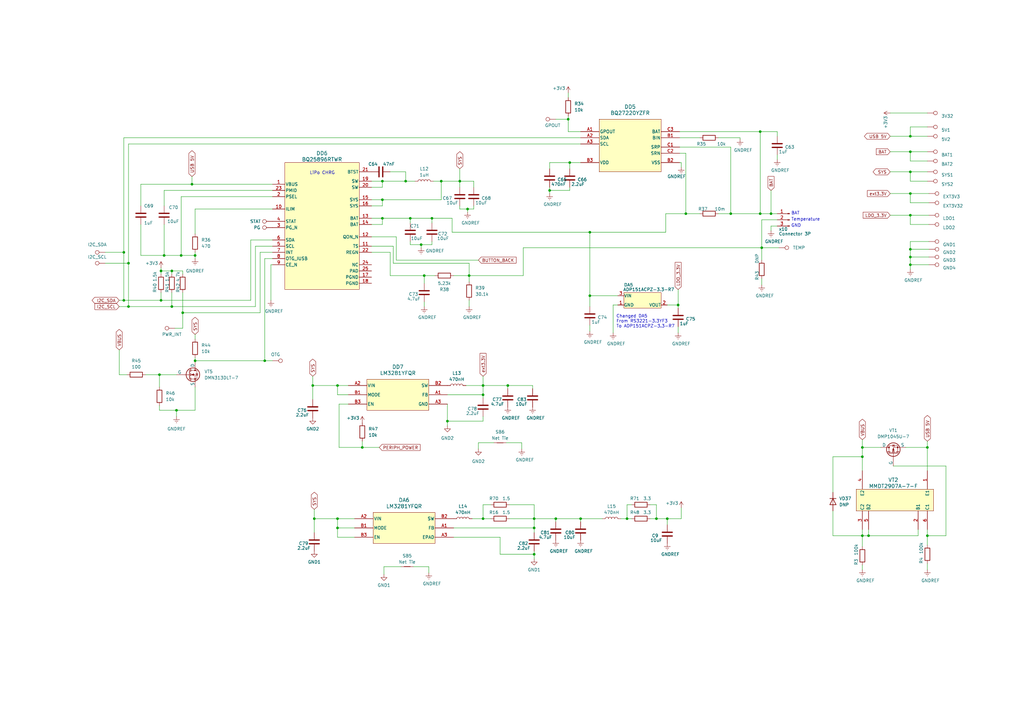
<source format=kicad_sch>
(kicad_sch (version 20230121) (generator eeschema)
  (paper "A3")
  (junction (at 219.075 227.33))
  (junction (at 373.38 105.41))
  (junction (at 52.705 107.95))
  (junction (at 74.93 128.27))
  (junction (at 373.38 102.235))
  (junction (at 278.13 125.095))
  (junction (at 50.8 123.19))
  (junction (at 191.77 85.725))
  (junction (at 241.935 121.285))
  (junction (at 138.43 216.535))
  (junction (at 172.72 100.33))
  (junction (at 311.785 87.63))
  (junction (at 353.695 183.515))
  (junction (at 198.12 161.925))
  (junction (at 373.38 62.23))
  (junction (at 156.845 89.535))
  (junction (at 311.785 53.975))
  (junction (at 70.485 111.125))
  (junction (at 257.175 212.725))
  (junction (at 373.38 79.375))
  (junction (at 80.01 104.775))
  (junction (at 70.485 125.73))
  (junction (at 173.99 113.03))
  (junction (at 269.24 212.725))
  (junction (at 198.12 212.725))
  (junction (at 233.68 66.675))
  (junction (at 353.695 219.71))
  (junction (at 312.42 101.6))
  (junction (at 219.075 212.725))
  (junction (at 108.585 147.955))
  (junction (at 227.965 212.725))
  (junction (at 65.405 153.67))
  (junction (at 66.04 123.19))
  (junction (at 219.075 216.535))
  (junction (at 52.705 125.73))
  (junction (at 177.165 89.535))
  (junction (at 128.27 158.115))
  (junction (at 183.515 172.72))
  (junction (at 74.295 104.775))
  (junction (at 192.405 113.03))
  (junction (at 180.975 74.295))
  (junction (at 78.74 75.565))
  (junction (at 233.045 48.895))
  (junction (at 373.38 55.88))
  (junction (at 198.12 158.115))
  (junction (at 356.235 219.71))
  (junction (at 373.38 70.485))
  (junction (at 128.905 212.725))
  (junction (at 156.845 74.295))
  (junction (at 373.38 108.585))
  (junction (at 299.72 87.63))
  (junction (at 80.01 147.955))
  (junction (at 273.685 212.725))
  (junction (at 50.8 103.505))
  (junction (at 67.31 104.775))
  (junction (at 72.39 168.275))
  (junction (at 353.695 187.325))
  (junction (at 166.37 74.295))
  (junction (at 373.38 88.265))
  (junction (at 380.365 183.515))
  (junction (at 188.595 74.295))
  (junction (at 316.23 87.63))
  (junction (at 168.275 89.535))
  (junction (at 225.425 78.105))
  (junction (at 148.59 183.515))
  (junction (at 380.365 219.71))
  (junction (at 208.28 158.115))
  (junction (at 241.935 95.25))
  (junction (at 238.125 212.725))
  (junction (at 66.04 111.125))
  (junction (at 281.305 87.63))
  (junction (at 138.43 212.725))
  (junction (at 138.43 158.115))
  (junction (at 156.845 81.915))
  (wire (pts (xy 373.38 79.375) (xy 381 79.375)))
  (wire (pts (xy 186.055 216.535) (xy 219.075 216.535)))
  (wire (pts (xy 128.27 154.305) (xy 128.27 158.115)))
  (wire (pts (xy 148.59 183.515) (xy 155.575 183.515)))
  (wire (pts (xy 52.705 107.95) (xy 52.705 125.73)))
  (wire (pts (xy 380.365 219.71) (xy 380.365 217.17)))
  (wire (pts (xy 152.4 74.295) (xy 156.845 74.295)))
  (wire (pts (xy 111.125 108.585) (xy 111.125 123.19)))
  (wire (pts (xy 353.695 219.71) (xy 341.63 219.71)))
  (wire (pts (xy 233.68 66.675) (xy 238.125 66.675)))
  (wire (pts (xy 152.4 92.075) (xy 156.845 92.075)))
  (wire (pts (xy 381 83.185) (xy 373.38 83.185)))
  (wire (pts (xy 380.365 66.04) (xy 373.38 66.04)))
  (wire (pts (xy 192.405 113.03) (xy 186.055 113.03)))
  (wire (pts (xy 341.63 219.71) (xy 341.63 209.55)))
  (wire (pts (xy 78.74 75.565) (xy 111.76 75.565)))
  (wire (pts (xy 273.05 87.63) (xy 281.305 87.63)))
  (wire (pts (xy 139.065 165.735) (xy 142.875 165.735)))
  (wire (pts (xy 233.045 38.1) (xy 233.045 40.005)))
  (wire (pts (xy 111.76 85.725) (xy 80.01 85.725)))
  (wire (pts (xy 106.68 103.505) (xy 106.68 128.27)))
  (wire (pts (xy 74.93 112.395) (xy 74.93 111.125)))
  (wire (pts (xy 183.515 172.72) (xy 183.515 174.625)))
  (wire (pts (xy 257.175 207.01) (xy 257.175 212.725)))
  (wire (pts (xy 380.365 183.515) (xy 371.475 183.515)))
  (wire (pts (xy 161.29 100.965) (xy 161.29 107.95)))
  (wire (pts (xy 183.515 172.72) (xy 183.515 165.735)))
  (wire (pts (xy 188.595 74.295) (xy 180.975 74.295)))
  (wire (pts (xy 219.075 216.535) (xy 219.075 218.44)))
  (wire (pts (xy 311.785 87.63) (xy 316.23 87.63)))
  (wire (pts (xy 186.055 220.345) (xy 205.105 220.345)))
  (wire (pts (xy 194.31 74.295) (xy 188.595 74.295)))
  (wire (pts (xy 80.01 147.955) (xy 80.01 148.59)))
  (wire (pts (xy 376.555 219.71) (xy 356.235 219.71)))
  (wire (pts (xy 128.905 208.915) (xy 128.905 212.725)))
  (wire (pts (xy 233.045 48.895) (xy 227.965 48.895)))
  (wire (pts (xy 365.125 70.485) (xy 373.38 70.485)))
  (wire (pts (xy 156.845 92.075) (xy 156.845 89.535)))
  (wire (pts (xy 273.685 212.725) (xy 279.4 212.725)))
  (wire (pts (xy 380.365 74.295) (xy 373.38 74.295)))
  (wire (pts (xy 185.42 89.535) (xy 185.42 95.25)))
  (wire (pts (xy 380.365 193.04) (xy 380.365 183.515)))
  (wire (pts (xy 169.545 232.41) (xy 175.895 232.41)))
  (wire (pts (xy 233.045 47.625) (xy 233.045 48.895)))
  (wire (pts (xy 177.165 89.535) (xy 185.42 89.535)))
  (wire (pts (xy 50.8 103.505) (xy 50.8 123.19)))
  (wire (pts (xy 233.68 78.105) (xy 233.68 76.835)))
  (wire (pts (xy 162.56 97.155) (xy 162.56 106.68)))
  (wire (pts (xy 299.72 87.63) (xy 311.785 87.63)))
  (wire (pts (xy 208.915 212.725) (xy 219.075 212.725)))
  (wire (pts (xy 373.38 88.265) (xy 381 88.265)))
  (wire (pts (xy 365.125 88.265) (xy 373.38 88.265)))
  (wire (pts (xy 128.905 212.725) (xy 128.905 218.44)))
  (wire (pts (xy 43.18 107.95) (xy 52.705 107.95)))
  (wire (pts (xy 161.29 107.95) (xy 192.405 107.95)))
  (wire (pts (xy 214.63 101.6) (xy 214.63 113.03)))
  (wire (pts (xy 156.845 84.455) (xy 152.4 84.455)))
  (wire (pts (xy 227.965 213.995) (xy 227.965 212.725)))
  (wire (pts (xy 66.04 111.125) (xy 66.04 112.395)))
  (wire (pts (xy 156.845 81.915) (xy 156.845 84.455)))
  (wire (pts (xy 57.785 84.455) (xy 57.785 75.565)))
  (wire (pts (xy 177.165 100.33) (xy 172.72 100.33)))
  (wire (pts (xy 188.595 85.725) (xy 191.77 85.725)))
  (wire (pts (xy 70.485 111.125) (xy 66.04 111.125)))
  (wire (pts (xy 66.04 109.855) (xy 66.04 111.125)))
  (wire (pts (xy 312.42 101.6) (xy 214.63 101.6)))
  (wire (pts (xy 312.42 101.6) (xy 312.42 106.68)))
  (wire (pts (xy 70.485 112.395) (xy 70.485 111.125)))
  (wire (pts (xy 177.165 89.535) (xy 168.275 89.535)))
  (wire (pts (xy 71.755 134.62) (xy 74.93 134.62)))
  (wire (pts (xy 198.12 158.115) (xy 198.12 161.925)))
  (wire (pts (xy 387.985 191.135) (xy 387.985 219.71)))
  (wire (pts (xy 373.38 62.23) (xy 380.365 62.23)))
  (wire (pts (xy 192.405 115.57) (xy 192.405 113.03)))
  (wire (pts (xy 65.405 168.275) (xy 72.39 168.275)))
  (wire (pts (xy 213.995 181.61) (xy 213.995 184.15)))
  (wire (pts (xy 238.125 56.515) (xy 50.8 56.515)))
  (wire (pts (xy 157.48 232.41) (xy 164.465 232.41)))
  (wire (pts (xy 381 92.075) (xy 373.38 92.075)))
  (wire (pts (xy 273.685 212.725) (xy 269.24 212.725)))
  (wire (pts (xy 156.845 74.295) (xy 166.37 74.295)))
  (wire (pts (xy 318.77 53.975) (xy 318.77 55.88)))
  (wire (pts (xy 380.365 52.07) (xy 373.38 52.07)))
  (wire (pts (xy 50.8 123.19) (xy 66.04 123.19)))
  (wire (pts (xy 238.125 212.725) (xy 247.015 212.725)))
  (wire (pts (xy 225.425 66.675) (xy 233.68 66.675)))
  (wire (pts (xy 387.985 219.71) (xy 380.365 219.71)))
  (wire (pts (xy 156.845 89.535) (xy 152.4 89.535)))
  (wire (pts (xy 104.775 100.965) (xy 104.775 125.73)))
  (wire (pts (xy 266.7 207.01) (xy 269.24 207.01)))
  (wire (pts (xy 278.765 53.975) (xy 311.785 53.975)))
  (wire (pts (xy 353.695 183.515) (xy 353.695 187.325)))
  (wire (pts (xy 172.72 100.33) (xy 172.72 101.6)))
  (wire (pts (xy 142.875 161.925) (xy 138.43 161.925)))
  (wire (pts (xy 48.895 143.51) (xy 48.895 153.67)))
  (wire (pts (xy 233.045 53.975) (xy 233.045 48.895)))
  (wire (pts (xy 138.43 161.925) (xy 138.43 158.115)))
  (wire (pts (xy 225.425 76.835) (xy 225.425 78.105)))
  (wire (pts (xy 80.01 168.275) (xy 80.01 158.75)))
  (wire (pts (xy 373.38 99.06) (xy 373.38 102.235)))
  (wire (pts (xy 198.12 172.72) (xy 183.515 172.72)))
  (wire (pts (xy 139.065 183.515) (xy 139.065 165.735)))
  (wire (pts (xy 316.23 87.63) (xy 318.77 87.63)))
  (wire (pts (xy 205.105 227.33) (xy 219.075 227.33)))
  (wire (pts (xy 72.39 168.275) (xy 72.39 170.815)))
  (wire (pts (xy 251.46 125.095) (xy 251.46 136.525)))
  (wire (pts (xy 281.305 62.865) (xy 278.765 62.865)))
  (wire (pts (xy 52.07 153.67) (xy 48.895 153.67)))
  (wire (pts (xy 74.93 134.62) (xy 74.93 128.27)))
  (wire (pts (xy 208.28 158.115) (xy 208.28 159.385)))
  (wire (pts (xy 341.63 187.325) (xy 353.695 187.325)))
  (wire (pts (xy 353.695 217.17) (xy 353.695 219.71)))
  (wire (pts (xy 152.4 81.915) (xy 156.845 81.915)))
  (wire (pts (xy 241.935 95.25) (xy 273.05 95.25)))
  (wire (pts (xy 145.415 220.345) (xy 138.43 220.345)))
  (wire (pts (xy 312.42 114.3) (xy 312.42 116.84)))
  (wire (pts (xy 183.515 161.925) (xy 198.12 161.925)))
  (wire (pts (xy 192.405 107.95) (xy 192.405 113.03)))
  (wire (pts (xy 156.845 76.835) (xy 156.845 74.295)))
  (wire (pts (xy 138.43 158.115) (xy 142.875 158.115)))
  (wire (pts (xy 74.93 128.27) (xy 74.93 120.015)))
  (wire (pts (xy 168.275 89.535) (xy 156.845 89.535)))
  (wire (pts (xy 111.76 100.965) (xy 104.775 100.965)))
  (wire (pts (xy 180.975 81.915) (xy 156.845 81.915)))
  (wire (pts (xy 52.705 125.73) (xy 48.895 125.73)))
  (wire (pts (xy 198.12 170.815) (xy 198.12 172.72)))
  (wire (pts (xy 188.595 84.455) (xy 188.595 85.725)))
  (wire (pts (xy 66.04 120.015) (xy 66.04 123.19)))
  (wire (pts (xy 316.23 78.105) (xy 316.23 87.63)))
  (wire (pts (xy 177.8 74.295) (xy 180.975 74.295)))
  (wire (pts (xy 219.075 226.06) (xy 219.075 227.33)))
  (wire (pts (xy 225.425 69.215) (xy 225.425 66.675)))
  (wire (pts (xy 191.77 85.725) (xy 191.77 86.995)))
  (wire (pts (xy 373.38 55.88) (xy 380.365 55.88)))
  (wire (pts (xy 180.975 74.295) (xy 180.975 81.915)))
  (wire (pts (xy 111.76 106.045) (xy 108.585 106.045)))
  (wire (pts (xy 57.785 75.565) (xy 78.74 75.565)))
  (wire (pts (xy 198.12 154.305) (xy 198.12 158.115)))
  (wire (pts (xy 373.38 52.07) (xy 373.38 55.88)))
  (wire (pts (xy 227.965 212.725) (xy 219.075 212.725)))
  (wire (pts (xy 145.415 216.535) (xy 138.43 216.535)))
  (wire (pts (xy 219.075 227.33) (xy 219.075 229.235)))
  (wire (pts (xy 373.38 83.185) (xy 373.38 79.375)))
  (wire (pts (xy 294.64 56.515) (xy 303.53 56.515)))
  (wire (pts (xy 278.13 125.095) (xy 278.13 126.365)))
  (wire (pts (xy 104.775 125.73) (xy 70.485 125.73)))
  (wire (pts (xy 311.785 53.975) (xy 318.77 53.975)))
  (wire (pts (xy 205.105 220.345) (xy 205.105 227.33)))
  (wire (pts (xy 111.76 103.505) (xy 106.68 103.505)))
  (wire (pts (xy 74.93 111.125) (xy 70.485 111.125)))
  (wire (pts (xy 148.59 183.515) (xy 139.065 183.515)))
  (wire (pts (xy 207.645 181.61) (xy 213.995 181.61)))
  (wire (pts (xy 59.69 153.67) (xy 65.405 153.67)))
  (wire (pts (xy 188.595 74.295) (xy 188.595 76.835)))
  (wire (pts (xy 312.42 101.6) (xy 319.405 101.6)))
  (wire (pts (xy 311.785 87.63) (xy 311.785 53.975)))
  (wire (pts (xy 341.63 201.93) (xy 341.63 187.325)))
  (wire (pts (xy 278.765 60.325) (xy 299.72 60.325)))
  (wire (pts (xy 238.125 213.995) (xy 238.125 212.725)))
  (wire (pts (xy 198.12 207.01) (xy 198.12 212.725)))
  (wire (pts (xy 373.38 74.295) (xy 373.38 70.485)))
  (wire (pts (xy 80.01 146.685) (xy 80.01 147.955)))
  (wire (pts (xy 373.38 92.075) (xy 373.38 88.265)))
  (wire (pts (xy 52.705 59.055) (xy 52.705 107.95)))
  (wire (pts (xy 365.125 55.88) (xy 373.38 55.88)))
  (wire (pts (xy 279.4 66.675) (xy 278.765 66.675)))
  (wire (pts (xy 148.59 180.975) (xy 148.59 183.515)))
  (wire (pts (xy 381 99.06) (xy 373.38 99.06)))
  (wire (pts (xy 316.23 92.71) (xy 318.77 92.71)))
  (wire (pts (xy 166.37 70.485) (xy 166.37 74.295)))
  (wire (pts (xy 233.68 66.675) (xy 233.68 69.215)))
  (wire (pts (xy 381 108.585) (xy 373.38 108.585)))
  (wire (pts (xy 238.125 59.055) (xy 52.705 59.055)))
  (wire (pts (xy 50.8 56.515) (xy 50.8 103.505)))
  (wire (pts (xy 65.405 166.37) (xy 65.405 168.275)))
  (wire (pts (xy 172.72 100.33) (xy 168.275 100.33)))
  (wire (pts (xy 361.315 183.515) (xy 353.695 183.515)))
  (wire (pts (xy 241.935 121.285) (xy 241.935 125.73)))
  (wire (pts (xy 177.165 91.44) (xy 177.165 89.535)))
  (wire (pts (xy 365.125 79.375) (xy 373.38 79.375)))
  (wire (pts (xy 373.38 66.04) (xy 373.38 62.23)))
  (wire (pts (xy 373.38 102.235) (xy 373.38 105.41)))
  (wire (pts (xy 198.12 212.725) (xy 201.295 212.725)))
  (wire (pts (xy 166.37 74.295) (xy 170.18 74.295)))
  (wire (pts (xy 152.4 97.155) (xy 162.56 97.155)))
  (wire (pts (xy 219.075 207.01) (xy 219.075 212.725)))
  (wire (pts (xy 196.215 181.61) (xy 196.215 184.15)))
  (wire (pts (xy 380.365 219.71) (xy 380.365 223.52)))
  (wire (pts (xy 353.695 180.34) (xy 353.695 183.515)))
  (wire (pts (xy 177.165 99.06) (xy 177.165 100.33)))
  (wire (pts (xy 365.125 62.23) (xy 373.38 62.23)))
  (wire (pts (xy 279.4 68.58) (xy 279.4 66.675)))
  (wire (pts (xy 108.585 147.955) (xy 80.01 147.955)))
  (wire (pts (xy 67.31 92.075) (xy 67.31 104.775)))
  (wire (pts (xy 318.77 90.17) (xy 312.42 90.17)))
  (wire (pts (xy 373.38 108.585) (xy 373.38 110.49)))
  (wire (pts (xy 353.695 219.71) (xy 353.695 224.155)))
  (wire (pts (xy 273.685 125.095) (xy 278.13 125.095)))
  (wire (pts (xy 80.01 137.16) (xy 80.01 139.065)))
  (wire (pts (xy 219.075 212.725) (xy 219.075 216.535)))
  (wire (pts (xy 259.08 207.01) (xy 257.175 207.01)))
  (wire (pts (xy 57.785 104.775) (xy 67.31 104.775)))
  (wire (pts (xy 57.785 92.075) (xy 57.785 104.775)))
  (wire (pts (xy 281.305 87.63) (xy 281.305 62.865)))
  (wire (pts (xy 253.365 121.285) (xy 241.935 121.285)))
  (wire (pts (xy 269.24 212.725) (xy 266.7 212.725)))
  (wire (pts (xy 299.72 87.63) (xy 294.64 87.63)))
  (wire (pts (xy 299.72 60.325) (xy 299.72 87.63)))
  (wire (pts (xy 380.365 180.975) (xy 380.365 183.515)))
  (wire (pts (xy 67.31 78.105) (xy 111.76 78.105)))
  (wire (pts (xy 194.31 76.835) (xy 194.31 74.295)))
  (wire (pts (xy 356.235 219.71) (xy 353.695 219.71)))
  (wire (pts (xy 157.48 232.41) (xy 157.48 235.585)))
  (wire (pts (xy 108.585 106.045) (xy 108.585 147.955)))
  (wire (pts (xy 376.555 217.17) (xy 376.555 219.71)))
  (wire (pts (xy 192.405 123.19) (xy 192.405 125.73)))
  (wire (pts (xy 160.02 70.485) (xy 166.37 70.485)))
  (wire (pts (xy 65.405 153.67) (xy 65.405 158.75)))
  (wire (pts (xy 70.485 120.015) (xy 70.485 125.73)))
  (wire (pts (xy 278.13 133.985) (xy 278.13 136.525)))
  (wire (pts (xy 128.27 158.115) (xy 138.43 158.115)))
  (wire (pts (xy 188.595 69.215) (xy 188.595 74.295)))
  (wire (pts (xy 201.295 207.01) (xy 198.12 207.01)))
  (wire (pts (xy 198.12 161.925) (xy 198.12 163.195)))
  (wire (pts (xy 74.295 80.645) (xy 74.295 104.775)))
  (wire (pts (xy 238.125 212.725) (xy 227.965 212.725)))
  (wire (pts (xy 303.53 56.515) (xy 303.53 57.15)))
  (wire (pts (xy 168.275 91.44) (xy 168.275 89.535)))
  (wire (pts (xy 278.765 56.515) (xy 287.02 56.515)))
  (wire (pts (xy 202.565 181.61) (xy 196.215 181.61)))
  (wire (pts (xy 66.04 123.19) (xy 102.87 123.19)))
  (wire (pts (xy 381 102.235) (xy 373.38 102.235)))
  (wire (pts (xy 152.4 100.965) (xy 161.29 100.965)))
  (wire (pts (xy 198.12 158.115) (xy 208.28 158.115)))
  (wire (pts (xy 193.675 212.725) (xy 198.12 212.725)))
  (wire (pts (xy 173.99 113.03) (xy 173.99 116.205)))
  (wire (pts (xy 218.44 158.115) (xy 218.44 159.385)))
  (wire (pts (xy 178.435 113.03) (xy 173.99 113.03)))
  (wire (pts (xy 128.27 158.115) (xy 128.27 163.83)))
  (wire (pts (xy 241.935 95.25) (xy 241.935 121.285)))
  (wire (pts (xy 48.895 123.19) (xy 50.8 123.19)))
  (wire (pts (xy 365.125 46.355) (xy 380.365 46.355)))
  (wire (pts (xy 74.295 104.775) (xy 80.01 104.775)))
  (wire (pts (xy 273.685 215.265) (xy 273.685 212.725)))
  (wire (pts (xy 78.74 72.39) (xy 78.74 75.565)))
  (wire (pts (xy 80.01 104.775) (xy 80.01 106.045)))
  (wire (pts (xy 173.99 113.03) (xy 160.02 113.03)))
  (wire (pts (xy 173.99 123.825) (xy 173.99 125.73)))
  (wire (pts (xy 128.905 212.725) (xy 138.43 212.725)))
  (wire (pts (xy 67.31 104.775) (xy 74.295 104.775)))
  (wire (pts (xy 160.02 113.03) (xy 160.02 103.505)))
  (wire (pts (xy 160.02 103.505) (xy 152.4 103.505)))
  (wire (pts (xy 108.585 147.955) (xy 111.76 147.955)))
  (wire (pts (xy 373.38 105.41) (xy 373.38 108.585)))
  (wire (pts (xy 162.56 106.68) (xy 196.215 106.68)))
  (wire (pts (xy 43.18 103.505) (xy 50.8 103.505)))
  (wire (pts (xy 168.275 100.33) (xy 168.275 99.06)))
  (wire (pts (xy 102.87 123.19) (xy 102.87 98.425)))
  (wire (pts (xy 67.31 84.455) (xy 67.31 78.105)))
  (wire (pts (xy 241.935 133.35) (xy 241.935 135.89)))
  (wire (pts (xy 102.87 98.425) (xy 111.76 98.425)))
  (wire (pts (xy 257.175 212.725) (xy 259.08 212.725)))
  (wire (pts (xy 254.635 212.725) (xy 257.175 212.725)))
  (wire (pts (xy 225.425 78.105) (xy 225.425 79.375)))
  (wire (pts (xy 65.405 153.67) (xy 72.39 153.67)))
  (wire (pts (xy 191.135 158.115) (xy 198.12 158.115)))
  (wire (pts (xy 279.4 212.725) (xy 279.4 208.28)))
  (wire (pts (xy 194.31 85.725) (xy 194.31 84.455)))
  (wire (pts (xy 287.02 87.63) (xy 281.305 87.63)))
  (wire (pts (xy 356.235 217.17) (xy 356.235 219.71)))
  (wire (pts (xy 353.695 231.775) (xy 353.695 233.68)))
  (wire (pts (xy 381 105.41) (xy 373.38 105.41)))
  (wire (pts (xy 253.365 125.095) (xy 251.46 125.095)))
  (wire (pts (xy 225.425 78.105) (xy 233.68 78.105)))
  (wire (pts (xy 111.76 108.585) (xy 111.125 108.585)))
  (wire (pts (xy 380.365 231.14) (xy 380.365 233.68)))
  (wire (pts (xy 214.63 113.03) (xy 192.405 113.03)))
  (wire (pts (xy 80.01 104.775) (xy 80.01 103.505)))
  (wire (pts (xy 72.39 168.275) (xy 80.01 168.275)))
  (wire (pts (xy 106.68 128.27) (xy 74.93 128.27)))
  (wire (pts (xy 278.13 118.745) (xy 278.13 125.095)))
  (wire (pts (xy 353.695 187.325) (xy 353.695 193.04)))
  (wire (pts (xy 318.77 63.5) (xy 318.77 65.405)))
  (wire (pts (xy 312.42 90.17) (xy 312.42 101.6)))
  (wire (pts (xy 111.76 80.645) (xy 74.295 80.645)))
  (wire (pts (xy 208.915 207.01) (xy 219.075 207.01)))
  (wire (pts (xy 269.24 207.01) (xy 269.24 212.725)))
  (wire (pts (xy 238.125 53.975) (xy 233.045 53.975)))
  (wire (pts (xy 273.05 95.25) (xy 273.05 87.63)))
  (wire (pts (xy 373.38 70.485) (xy 380.365 70.485)))
  (wire (pts (xy 175.895 232.41) (xy 175.895 234.95)))
  (wire (pts (xy 138.43 212.725) (xy 145.415 212.725)))
  (wire (pts (xy 191.77 85.725) (xy 194.31 85.725)))
  (wire (pts (xy 70.485 125.73) (xy 52.705 125.73)))
  (wire (pts (xy 316.23 94.615) (xy 316.23 92.71)))
  (wire (pts (xy 138.43 216.535) (xy 138.43 212.725)))
  (wire (pts (xy 185.42 95.25) (xy 241.935 95.25)))
  (wire (pts (xy 80.01 85.725) (xy 80.01 95.885)))
  (wire (pts (xy 152.4 76.835) (xy 156.845 76.835)))
  (wire (pts (xy 366.395 191.135) (xy 387.985 191.135)))
  (wire (pts (xy 138.43 220.345) (xy 138.43 216.535)))
  (wire (pts (xy 208.28 158.115) (xy 218.44 158.115)))
  (text "LiPo CHRG" (at 127 71.755 0) (effects (font (size 1.27 1.27)) (justify left bottom)))
  (text "GND" (at 324.485 93.345 0) (effects (font (size 1.27 1.27)) (justify left bottom)))
  (text "BAT" (at 324.485 88.265 0) (effects (font (size 1.27 1.27)) (justify left bottom)))
  (text "Changed DA5 \nFrom RS3221-3.3YF3\nTo ADP151ACPZ-3.3-R7\n" (at 252.73 134.62 0) (effects (font (size 1.27 1.27)) (justify left bottom)))
  (text "Temperature" (at 324.485 90.805 0) (effects (font (size 1.27 1.27)) (justify left bottom)))
  (global_label "I2C_SDA" (shape bidirectional) (at 48.895 123.19 180) (property "Intersheetrefs" "${INTERSHEET_REFS}" (effects hide)))
  (global_label "LDO_3.3V" (shape input) (at 278.13 118.745 90) (property "Intersheetrefs" "${INTERSHEET_REFS}" (effects hide)))
  (global_label "PERIPH_POWER" (shape input) (at 155.575 183.515 0) (property "Intersheetrefs" "${INTERSHEET_REFS}" (effects hide)))
  (global_label "BAT" (shape input) (at 316.23 78.105 90) (property "Intersheetrefs" "${INTERSHEET_REFS}" (effects hide)))
  (global_label "VBUS" (shape bidirectional) (at 353.695 180.34 90) (property "Intersheetrefs" "${INTERSHEET_REFS}" (effects hide)))
  (global_label "USB 5V" (shape bidirectional) (at 380.365 180.975 90) (property "Intersheetrefs" "${INTERSHEET_REFS}" (effects hide)))
  (global_label "SYS" (shape bidirectional) (at 128.905 208.915 90) (property "Intersheetrefs" "${INTERSHEET_REFS}" (effects hide)))
  (global_label "ext3.3V" (shape input) (at 198.12 154.305 90) (property "Intersheetrefs" "${INTERSHEET_REFS}" (effects hide)))
  (global_label "I2C_SCL" (shape input) (at 48.895 125.73 180) (property "Intersheetrefs" "${INTERSHEET_REFS}" (effects hide)))
  (global_label "USB 5V" (shape bidirectional) (at 365.125 55.88 180) (property "Intersheetrefs" "${INTERSHEET_REFS}" (effects hide)))
  (global_label "SYS" (shape bidirectional) (at 188.595 69.215 90) (property "Intersheetrefs" "${INTERSHEET_REFS}" (effects hide)))
  (global_label "USB 5V" (shape bidirectional) (at 78.74 72.39 90) (property "Intersheetrefs" "${INTERSHEET_REFS}" (effects hide)))
  (global_label "VBUS" (shape bidirectional) (at 48.895 143.51 90) (property "Intersheetrefs" "${INTERSHEET_REFS}" (effects hide)))
  (global_label "SYS" (shape bidirectional) (at 80.01 137.16 90) (property "Intersheetrefs" "${INTERSHEET_REFS}" (effects hide)))
  (global_label "BUTTON_BACK" (shape input) (at 196.215 106.68 0) (property "Intersheetrefs" "${INTERSHEET_REFS}" (effects hide)))
  (global_label "SYS" (shape bidirectional) (at 128.27 154.305 90) (property "Intersheetrefs" "${INTERSHEET_REFS}" (effects hide)))
  (global_label "LDO_3.3V" (shape input) (at 365.125 88.265 180) (property "Intersheetrefs" "${INTERSHEET_REFS}" (effects hide)))
  (global_label "ext3.3V" (shape input) (at 365.125 79.375 180) (property "Intersheetrefs" "${INTERSHEET_REFS}" (effects hide)))
  (global_label "BAT" (shape input) (at 365.125 62.23 180) (property "Intersheetrefs" "${INTERSHEET_REFS}" (effects hide)))
  (global_label "SYS" (shape bidirectional) (at 365.125 70.485 180) (property "Intersheetrefs" "${INTERSHEET_REFS}" (effects hide)))
  (symbol (lib_id "Device:C") (at 194.31 80.645 0) (mirror x) (unit 1)
    (property "Reference" "C68" (at 197.485 81.28 0) (effects (justify left)))
    (property "Value" "10uF" (at 194.945 83.185 0) (effects (justify left)))
    (property "Footprint" "Capacitor_SMD:C_0603_1608Metric" (effects hide))
  )
  (symbol (lib_id "Connector:TestPoint") (at 380.365 74.295 270) (unit 1)
    (property "Reference" "TP13" (effects hide))
    (property "Value" "SYS2" (at 386.08 75.565 90) (effects (justify left)))
    (property "Footprint" "TestPoint:TestPoint_Pad_1.0x1.0mm" (effects hide))
  )
  (symbol (lib_id "Connector:TestPoint") (at 381 99.06 270) (unit 1)
    (property "Reference" "TP18" (effects hide))
    (property "Value" "GND1" (at 386.715 100.33 90) (effects (justify left)))
    (property "Footprint" "TestPoint:TestPoint_Pad_1.0x1.0mm" (effects hide))
  )
  (symbol (lib_id "Simulation_SPICE:PMOS") (at 366.395 186.055 90) (unit 1)
    (property "Reference" "VT1" (at 366.395 176.53 90))
    (property "Value" "DMP1045U-7" (at 366.395 179.07 90))
    (property "Footprint" "Package_TO_SOT_SMD:SOT-23-3" (effects hide))
    (property "Datasheet" "https://ngspice.sourceforge.io/docs/ngspice-manual.pdf" (effects hide))
    (property "Sim.Device" "PMOS" (effects hide))
    (property "Sim.Type" "VDMOS" (effects hide))
    (property "Sim.Pins" "1=D 2=G 3=S" (effects hide))
  )
  (symbol (lib_id "power:GNDREF") (at 218.44 167.005 0) (unit 1)
    (property "Reference" "#PWR023" (effects hide))
    (property "Value" "GNDREF" (at 219.71 171.45 0))
  )
  (symbol (lib_id "Device:R") (at 380.365 227.33 180) (unit 1)
    (property "Reference" "R4" (at 377.825 229.87 90))
    (property "Value" "100k" (at 377.825 224.79 90))
    (property "Footprint" "Resistor_SMD:R_0402_1005Metric" (effects hide))
  )
  (symbol (lib_id "power:+3V3") (at 233.045 38.1 0) (unit 1)
    (property "Reference" "#PWR010" (effects hide))
    (property "Value" "+3V3" (at 229.235 36.195 0))
  )
  (symbol (lib_id "LM3281YFQR:LM3281YFQR") (at 145.415 215.265 0) (unit 1)
    (property "Reference" "DA6" (at 165.735 205.105 0) (effects (font (size 1.524 1.524))))
    (property "Value" "LM3281YFQR" (at 165.735 207.645 0) (effects (font (size 1.524 1.524))))
    (property "Footprint" "footprints:LM3281YFQR" (effects hide))
    (property "Datasheet" "LM3281YFQR" (effects hide))
  )
  (symbol (lib_id "power:GND1") (at 157.48 235.585 0) (unit 1)
    (property "Reference" "#PWR029" (effects hide))
    (property "Value" "GND1" (at 157.48 240.03 0))
  )
  (symbol (lib_id "power:GNDREF") (at 273.685 222.885 0) (unit 1)
    (property "Reference" "#PWR032" (effects hide))
    (property "Value" "GNDREF" (at 274.955 227.33 0))
  )
  (symbol (lib_id "power:+3V3") (at 365.125 46.355 90) (unit 1)
    (property "Reference" "#PWR036" (effects hide))
    (property "Value" "+3V3" (at 363.22 50.165 0))
  )
  (symbol (lib_id "power:GNDREF") (at 192.405 125.73 0) (unit 1)
    (property "Reference" "#PWR07" (effects hide))
    (property "Value" "GNDREF" (at 193.675 130.175 0))
  )
  (symbol (lib_id "Device:C") (at 225.425 73.025 0) (mirror x) (unit 1)
    (property "Reference" "C65" (at 228.6 73.66 0) (effects (justify left)))
    (property "Value" "470nF" (at 226.06 75.565 0) (effects (justify left)))
    (property "Footprint" "Capacitor_SMD:C_0402_1005Metric" (effects hide))
  )
  (symbol (lib_id "power:GNDREF") (at 312.42 116.84 0) (unit 1)
    (property "Reference" "#PWR015" (effects hide))
    (property "Value" "GNDREF" (at 313.69 121.285 0))
  )
  (symbol (lib_id "Connector:TestPoint") (at 227.965 48.895 90) (unit 1)
    (property "Reference" "TP5" (effects hide))
    (property "Value" "GPOUT" (at 226.695 51.435 90))
    (property "Footprint" "TestPoint:TestPoint_Pad_1.0x1.0mm" (effects hide))
  )
  (symbol (lib_id "Connector:TestPoint") (at 380.365 62.23 270) (unit 1)
    (property "Reference" "TP10" (effects hide))
    (property "Value" "BAT1" (at 386.08 63.5 90) (effects (justify left)))
    (property "Footprint" "TestPoint:TestPoint_Pad_1.0x1.0mm" (effects hide))
  )
  (symbol (lib_id "Connector:TestPoint") (at 381 79.375 270) (unit 1)
    (property "Reference" "TP14" (effects hide))
    (property "Value" "EXT3V3" (at 386.715 80.645 90) (effects (justify left)))
    (property "Footprint" "TestPoint:TestPoint_Pad_1.0x1.0mm" (effects hide))
  )
  (symbol (lib_id "power:+3V3") (at 66.04 109.855 0) (unit 1)
    (property "Reference" "#PWR02" (effects hide))
    (property "Value" "+3V3" (at 62.23 107.95 0))
  )
  (symbol (lib_id "power:GNDREF") (at 173.99 125.73 0) (unit 1)
    (property "Reference" "#PWR08" (effects hide))
    (property "Value" "GNDREF" (at 175.26 130.175 0))
  )
  (symbol (lib_id "Device:C") (at 233.68 73.025 0) (mirror x) (unit 1)
    (property "Reference" "C66" (at 236.855 73.66 0) (effects (justify left)))
    (property "Value" "2.2uF" (at 234.315 75.565 0) (effects (justify left)))
    (property "Footprint" "Capacitor_SMD:C_0402_1005Metric" (effects hide))
  )
  (symbol (lib_id "Device:NetTie_2") (at 205.105 181.61 0) (unit 1) (in_bom no)
    (property "Reference" "SB6" (at 205.105 177.165 0))
    (property "Value" "Net Tie" (at 205.105 179.705 0))
    (property "Footprint" "NetTie:NetTie-2_SMD_Pad0.5mm" (effects hide))
  )
  (symbol (lib_id "Flipper_Zero_Lib:RS3221-3.3YF3") (at 263.525 118.745 0) (unit 1)
    (property "Reference" "DA5" (at 257.81 116.84 0))
    (property "Value" "ADP151ACPZ-3.3-R7\n" (at 266.065 118.745 0))
    (property "Footprint" "Package_CSP:LFCSP-6-1EP_2x2mm_P0.65mm_EP1x1.6mm" (effects hide))
  )
  (symbol (lib_id "Device:R") (at 80.01 99.695 0) (unit 1)
    (property "Reference" "R36" (at 82.55 98.425 0) (effects (justify left)))
    (property "Value" "470" (at 82.55 100.965 0) (effects (justify left)))
    (property "Footprint" "Resistor_SMD:R_0402_1005Metric" (effects hide))
  )
  (symbol (lib_id "Connector:TestPoint") (at 43.18 107.95 90) (unit 1)
    (property "Reference" "TP23" (effects hide))
    (property "Value" "I2C_SCL" (at 39.878 105.41 90))
    (property "Footprint" "TestPoint:TestPoint_Pad_1.0x1.0mm" (effects hide))
  )
  (symbol (lib_id "power:GNDREF") (at 380.365 233.68 0) (unit 1)
    (property "Reference" "#PWR035" (effects hide))
    (property "Value" "GNDREF" (at 381.635 238.125 0))
  )
  (symbol (lib_id "Device:C") (at 241.935 129.54 0) (mirror x) (unit 1)
    (property "Reference" "C74" (at 245.11 130.175 0) (effects (justify left)))
    (property "Value" "1uF" (at 242.57 132.08 0) (effects (justify left)))
    (property "Footprint" "Capacitor_SMD:C_0402_1005Metric" (effects hide))
  )
  (symbol (lib_id "Device:R") (at 80.01 142.875 0) (unit 1)
    (property "Reference" "R44" (at 82.55 141.605 0) (effects (justify left)))
    (property "Value" "10k" (at 82.55 144.145 0) (effects (justify left)))
    (property "Footprint" "Resistor_SMD:R_0402_1005Metric" (effects hide))
  )
  (symbol (lib_id "BQ27220YZFR:BQ27220YZFR") (at 238.125 53.975 0) (unit 1)
    (property "Reference" "DD5" (at 258.445 43.815 0) (effects (font (size 1.524 1.524))))
    (property "Value" "BQ27220YZFR" (at 258.445 46.355 0) (effects (font (size 1.524 1.524))))
    (property "Footprint" "footprints:BQ27220YZFR" (effects hide))
    (property "Datasheet" "BQ27220YZFR" (effects hide))
  )
  (symbol (lib_id "Device:R") (at 353.695 227.965 180) (unit 1)
    (property "Reference" "R3" (at 351.155 230.505 90))
    (property "Value" "100k" (at 351.155 225.425 90))
    (property "Footprint" "Capacitor_SMD:C_0402_1005Metric" (effects hide))
  )
  (symbol (lib_id "Connector:TestPoint") (at 380.365 66.04 270) (unit 1)
    (property "Reference" "TP11" (effects hide))
    (property "Value" "BAT2" (at 386.08 67.31 90) (effects (justify left)))
    (property "Footprint" "TestPoint:TestPoint_Pad_1.0x1.0mm" (effects hide))
  )
  (symbol (lib_id "Device:R") (at 312.42 110.49 180) (unit 1)
    (property "Reference" "R43" (at 310.515 113.03 90))
    (property "Value" "DNP" (at 310.515 106.045 90))
    (property "Footprint" "Resistor_SMD:R_0402_1005Metric" (effects hide))
  )
  (symbol (lib_id "power:GNDREF") (at 225.425 79.375 0) (unit 1)
    (property "Reference" "#PWR09" (effects hide))
    (property "Value" "GNDREF" (at 226.695 83.82 0))
  )
  (symbol (lib_id "power:GNDREF") (at 238.125 221.615 0) (unit 1)
    (property "Reference" "#PWR031" (effects hide))
    (property "Value" "GNDREF" (at 239.395 226.06 0))
  )
  (symbol (lib_id "Device:R") (at 148.59 177.165 0) (unit 1)
    (property "Reference" "R47" (at 151.13 175.895 0) (effects (justify left)))
    (property "Value" "10k" (at 151.13 178.435 0) (effects (justify left)))
    (property "Footprint" "Resistor_SMD:R_0402_1005Metric" (effects hide))
  )
  (symbol (lib_id "power:GNDREF") (at 172.72 101.6 0) (unit 1)
    (property "Reference" "#PWR06" (effects hide))
    (property "Value" "GNDREF" (at 178.435 102.87 0))
  )
  (symbol (lib_id "Connector:TestPoint") (at 380.365 52.07 270) (unit 1)
    (property "Reference" "TP8" (effects hide))
    (property "Value" "5V1" (at 386.08 53.34 90) (effects (justify left)))
    (property "Footprint" "TestPoint:TestPoint_Pad_1.0x1.0mm" (effects hide))
  )
  (symbol (lib_id "power:GNDREF") (at 353.695 233.68 0) (unit 1)
    (property "Reference" "#PWR034" (effects hide))
    (property "Value" "GNDREF" (at 354.965 238.125 0))
  )
  (symbol (lib_id "Device:R") (at 290.83 87.63 90) (unit 1)
    (property "Reference" "R37" (at 288.29 85.725 90))
    (property "Value" "10m" (at 295.275 85.725 90))
    (property "Footprint" "Resistor_SMD:R_2512_6332Metric" (effects hide))
  )
  (symbol (lib_id "Connector:TestPoint") (at 381 102.235 270) (unit 1)
    (property "Reference" "TP19" (effects hide))
    (property "Value" "GND2" (at 386.715 103.505 90) (effects (justify left)))
    (property "Footprint" "TestPoint:TestPoint_Pad_1.0x1.0mm" (effects hide))
  )
  (symbol (lib_id "Device:R") (at 55.88 153.67 90) (unit 1)
    (property "Reference" "R45" (at 55.88 147.955 90))
    (property "Value" "100" (at 55.88 150.495 90))
    (property "Footprint" "Resistor_SMD:R_0402_1005Metric" (effects hide))
  )
  (symbol (lib_id "power:GNDREF") (at 80.01 106.045 0) (unit 1)
    (property "Reference" "#PWR01" (effects hide))
    (property "Value" "GNDREF" (at 80.01 111.125 0))
  )
  (symbol (lib_id "Connector:TestPoint") (at 111.76 90.805 90) (unit 1)
    (property "Reference" "TP1" (effects hide))
    (property "Value" "STAT" (at 104.775 90.805 90))
    (property "Footprint" "TestPoint:TestPoint_Pad_1.0x1.0mm" (effects hide))
  )
  (symbol (lib_id "Connector:TestPoint") (at 380.365 70.485 270) (unit 1)
    (property "Reference" "TP12" (effects hide))
    (property "Value" "SYS1" (at 386.08 71.755 90) (effects (justify left)))
    (property "Footprint" "TestPoint:TestPoint_Pad_1.0x1.0mm" (effects hide))
  )
  (symbol (lib_id "Device:R") (at 290.83 56.515 90) (unit 1)
    (property "Reference" "R35" (at 287.655 59.055 90))
    (property "Value" "10k" (at 295.91 59.055 90))
    (property "Footprint" "Resistor_SMD:R_0402_1005Metric" (effects hide))
  )
  (symbol (lib_id "Device:C") (at 57.785 88.265 0) (unit 1)
    (property "Reference" "C69" (at 59.055 84.455 0) (effects (justify left)))
    (property "Value" "1uF" (at 59.055 91.44 0) (effects (justify left)))
    (property "Footprint" "Capacitor_SMD:C_0603_1608Metric" (effects hide))
  )
  (symbol (lib_id "power:GND2") (at 196.215 184.15 0) (unit 1)
    (property "Reference" "#PWR024" (effects hide))
    (property "Value" "GND2" (at 196.215 189.23 0))
  )
  (symbol (lib_id "Device:C") (at 318.77 59.69 0) (mirror x) (unit 1)
    (property "Reference" "C63" (at 321.945 60.325 0) (effects (justify left)))
    (property "Value" "1uF" (at 319.405 62.23 0) (effects (justify left)))
    (property "Footprint" "Capacitor_SMD:C_0402_1005Metric" (effects hide))
  )
  (symbol (lib_id "Device:C") (at 198.12 167.005 0) (mirror x) (unit 1)
    (property "Reference" "C78" (at 191.77 167.64 0) (effects (justify left)))
    (property "Value" "2.2uF" (at 191.135 169.545 0) (effects (justify left)))
    (property "Footprint" "Capacitor_SMD:C_0402_1005Metric" (effects hide))
  )
  (symbol (lib_id "Device:C") (at 156.21 70.485 90) (unit 1)
    (property "Reference" "C64" (at 154.94 67.31 90) (effects (justify left)))
    (property "Value" "47nF" (at 161.925 67.31 90) (effects (justify left)))
    (property "Footprint" "Capacitor_SMD:C_0402_1005Metric" (effects hide))
  )
  (symbol (lib_id "Device:R") (at 262.89 207.01 90) (unit 1)
    (property "Reference" "R71" (at 260.35 204.47 90))
    (property "Value" "3.3" (at 265.43 204.47 90))
    (property "Footprint" "Resistor_SMD:R_0402_1005Metric" (effects hide))
  )
  (symbol (lib_id "Device:C") (at 188.595 80.645 180) (unit 1)
    (property "Reference" "C67" (at 185.42 81.28 0) (effects (justify left)))
    (property "Value" "10uF" (at 187.96 83.185 0) (effects (justify left)))
    (property "Footprint" "Capacitor_SMD:C_0603_1608Metric" (effects hide))
  )
  (symbol (lib_id "Device:NetTie_2") (at 167.005 232.41 0) (unit 1) (in_bom no)
    (property "Reference" "SB5" (at 167.005 227.965 0))
    (property "Value" "Net Tie" (at 167.005 230.505 0))
    (property "Footprint" "NetTie:NetTie-2_SMD_Pad0.5mm" (effects hide))
  )
  (symbol (lib_id "Connector:TestPoint") (at 381 88.265 270) (unit 1)
    (property "Reference" "TP16" (effects hide))
    (property "Value" "LDO1" (at 386.715 89.535 90) (effects (justify left)))
    (property "Footprint" "TestPoint:TestPoint_Pad_1.0x1.0mm" (effects hide))
  )
  (symbol (lib_id "Connector:TestPoint") (at 381 92.075 270) (unit 1)
    (property "Reference" "TP17" (effects hide))
    (property "Value" "LDO2" (at 386.715 93.345 90) (effects (justify left)))
    (property "Footprint" "TestPoint:TestPoint_Pad_1.0x1.0mm" (effects hide))
  )
  (symbol (lib_id "Device:R") (at 66.04 116.205 0) (unit 1)
    (property "Reference" "R40" (at 63.5 120.015 90) (effects (justify left)))
    (property "Value" "1.5k" (at 63.5 115.57 90) (effects (justify left)))
    (property "Footprint" "Resistor_SMD:R_0402_1005Metric" (effects hide))
  )
  (symbol (lib_id "Device:R") (at 192.405 119.38 0) (unit 1)
    (property "Reference" "R39" (at 194.945 118.11 0) (effects (justify left)))
    (property "Value" "30.1k" (at 194.945 120.65 0) (effects (justify left)))
    (property "Footprint" "Resistor_SMD:R_0402_1005Metric" (effects hide))
  )
  (symbol (lib_id "Connector:TestPoint") (at 381 83.185 270) (unit 1)
    (property "Reference" "TP15" (effects hide))
    (property "Value" "EXT3V32" (at 386.715 84.455 90) (effects (justify left)))
    (property "Footprint" "TestPoint:TestPoint_Pad_1.0x1.0mm" (effects hide))
  )
  (symbol (lib_id "Connector:TestPoint") (at 111.76 147.955 270) (unit 1)
    (property "Reference" "TP4" (effects hide))
    (property "Value" "OTG" (at 113.03 145.415 90))
    (property "Footprint" "TestPoint:TestPoint_Pad_1.0x1.0mm" (effects hide))
  )
  (symbol (lib_id "Device:C") (at 128.905 222.25 0) (mirror x) (unit 1)
    (property "Reference" "C79" (at 122.555 222.885 0) (effects (justify left)))
    (property "Value" "2.2uF" (at 121.92 224.79 0) (effects (justify left)))
    (property "Footprint" "Capacitor_SMD:C_0402_1005Metric" (effects hide))
  )
  (symbol (lib_id "Connector:TestPoint") (at 381 108.585 270) (unit 1)
    (property "Reference" "TP21" (effects hide))
    (property "Value" "GND4" (at 386.715 109.855 90) (effects (justify left)))
    (property "Footprint" "TestPoint:TestPoint_Pad_1.0x1.0mm" (effects hide))
  )
  (symbol (lib_id "Connector:TestPoint") (at 319.405 101.6 270) (unit 1)
    (property "Reference" "TP6" (effects hide))
    (property "Value" "TEMP" (at 327.66 101.6 90))
    (property "Footprint" "TestPoint:TestPoint_Pad_1.0x1.0mm" (effects hide))
  )
  (symbol (lib_id "Device:R") (at 65.405 162.56 0) (unit 1)
    (property "Reference" "R46" (at 67.945 161.29 0) (effects (justify left)))
    (property "Value" "10k" (at 67.945 163.83 0) (effects (justify left)))
    (property "Footprint" "Resistor_SMD:R_0402_1005Metric" (effects hide))
  )
  (symbol (lib_id "power:GNDREF") (at 241.935 135.89 0) (unit 1)
    (property "Reference" "#PWR016" (effects hide))
    (property "Value" "GNDREF" (at 243.205 140.335 0))
  )
  (symbol (lib_id "Device:R") (at 205.105 207.01 90) (unit 1)
    (property "Reference" "R70" (at 202.565 204.47 90))
    (property "Value" "1.5" (at 207.645 204.47 90))
    (property "Footprint" "Resistor_SMD:R_0402_1005Metric" (effects hide))
  )
  (symbol (lib_id "Connector2:Conn_01x03_Male") (at 323.85 90.17 0) (mirror y) (unit 1)
    (property "Reference" "x10" (at 319.405 93.98 0) (effects (justify right)))
    (property "Value" "Connector 3P" (at 319.405 95.885 0) (effects (justify right)))
    (property "Footprint" "Connector_PinHeader_2.00mm:PinHeader_1x03_P2.00mm_Horizontal" (effects hide))
  )
  (symbol (lib_id "Device:R") (at 70.485 116.205 0) (unit 1)
    (property "Reference" "R41" (at 68.58 120.015 90) (effects (justify left)))
    (property "Value" "1.5k" (at 68.58 115.57 90) (effects (justify left)))
    (property "Footprint" "Resistor_SMD:R_0402_1005Metric" (effects hide))
  )
  (symbol (lib_id "Device:D") (at 341.63 205.74 270) (unit 1)
    (property "Reference" "VD37" (at 344.17 204.47 90) (effects (justify left)))
    (property "Value" "DNP" (at 344.17 207.01 90) (effects (justify left)))
    (property "Footprint" "Diode_SMD:D_SOD-523" (effects hide))
    (property "Sim.Device" "D" (effects hide))
    (property "Sim.Pins" "1=K 2=A" (effects hide))
  )
  (symbol (lib_id "power:+3V3") (at 279.4 208.28 0) (unit 1)
    (property "Reference" "#PWR033" (effects hide))
    (property "Value" "+3V3" (at 275.59 206.375 0))
  )
  (symbol (lib_id "power:GNDREF") (at 251.46 136.525 0) (unit 1)
    (property "Reference" "#PWR017" (effects hide))
    (property "Value" "GNDREF" (at 252.73 140.97 0))
  )
  (symbol (lib_id "Device:C") (at 278.13 130.175 0) (mirror x) (unit 1)
    (property "Reference" "C75" (at 281.305 130.81 0) (effects (justify left)))
    (property "Value" "1uF" (at 278.765 132.715 0) (effects (justify left)))
    (property "Footprint" "Capacitor_SMD:C_0402_1005Metric" (effects hide))
  )
  (symbol (lib_id "Device:C") (at 67.31 88.265 0) (unit 1)
    (property "Reference" "C70" (at 69.215 85.09 0) (effects (justify left)))
    (property "Value" "10uF" (at 68.58 90.805 0) (effects (justify left)))
    (property "Footprint" "Capacitor_SMD:C_0603_1608Metric" (effects hide))
  )
  (symbol (lib_id "power:+3V3") (at 148.59 173.355 0) (unit 1)
    (property "Reference" "#PWR021" (effects hide))
    (property "Value" "+3V3" (at 144.78 171.45 0))
  )
  (symbol (lib_id "power:GND1") (at 219.075 229.235 0) (unit 1)
    (property "Reference" "#PWR027" (effects hide))
    (property "Value" "GND1" (at 219.075 233.68 0))
  )
  (symbol (lib_id "Device:C") (at 168.275 95.25 180) (unit 1)
    (property "Reference" "C71" (at 172.085 92.71 0) (effects (justify left)))
    (property "Value" "10uF" (at 173.355 97.79 0) (effects (justify left)))
    (property "Footprint" "Capacitor_SMD:C_0603_1608Metric" (effects hide))
  )
  (symbol (lib_id "power:GNDREF") (at 278.13 136.525 0) (unit 1)
    (property "Reference" "#PWR018" (effects hide))
    (property "Value" "GNDREF" (at 279.4 140.97 0))
  )
  (symbol (lib_id "power:GNDREF") (at 213.995 184.15 0) (unit 1)
    (property "Reference" "#PWR025" (effects hide))
    (property "Value" "GNDREF" (at 215.265 188.595 0))
  )
  (symbol (lib_id "Device:C") (at 128.27 167.64 0) (mirror x) (unit 1)
    (property "Reference" "C76" (at 121.92 168.275 0) (effects (justify left)))
    (property "Value" "2.2uF" (at 121.285 170.18 0) (effects (justify left)))
    (property "Footprint" "Capacitor_SMD:C_0402_1005Metric" (effects hide))
  )
  (symbol (lib_id "power:GNDREF") (at 373.38 110.49 0) (unit 1)
    (property "Reference" "#PWR037" (effects hide))
    (property "Value" "GNDREF" (at 374.65 114.935 0))
  )
  (symbol (lib_id "Device:R") (at 262.89 212.725 90) (unit 1)
    (property "Reference" "R48" (at 260.35 210.185 90))
    (property "Value" "3.3" (at 265.43 210.185 90))
    (property "Footprint" "Resistor_SMD:R_0402_1005Metric" (effects hide))
  )
  (symbol (lib_id "Device:L") (at 189.865 212.725 90) (unit 1)
    (property "Reference" "L14" (at 189.865 207.645 90))
    (property "Value" "470nH" (at 189.865 210.185 90))
    (property "Footprint" "Inductor_SMD:L_0805_2012Metric" (effects hide))
  )
  (symbol (lib_id "Device:C") (at 177.165 95.25 180) (unit 1)
    (property "Reference" "C72" (at 183.515 95.885 0) (effects (justify left)))
    (property "Value" "10uF" (at 184.15 97.79 0) (effects (justify left)))
    (property "Footprint" "Capacitor_SMD:C_0603_1608Metric" (effects hide))
  )
  (symbol (lib_id "power:GND1") (at 128.905 226.06 0) (unit 1)
    (property "Reference" "#PWR026" (effects hide))
    (property "Value" "GND1" (at 128.905 230.505 0))
  )
  (symbol (lib_id "Device:L") (at 173.99 74.295 90) (unit 1)
    (property "Reference" "L12" (at 173.99 69.215 90))
    (property "Value" "1uH" (at 173.99 71.755 90))
    (property "Footprint" "Inductor_SMD:L_TDK_NLV25_2.5x2.0mm" (effects hide))
  )
  (symbol (lib_id "Device:C") (at 227.965 217.805 0) (mirror x) (unit 1)
    (property "Reference" "C81" (at 221.615 218.44 0) (effects (justify left)))
    (property "Value" "4.7uF" (at 220.98 220.345 0) (effects (justify left)))
    (property "Footprint" "Capacitor_SMD:C_0402_1005Metric" (effects hide))
  )
  (symbol (lib_id "Connector:TestPoint") (at 43.18 103.505 90) (unit 1)
    (property "Reference" "TP22" (effects hide))
    (property "Value" "I2C_SDA" (at 39.878 100.33 90))
    (property "Footprint" "TestPoint:TestPoint_Pad_1.0x1.0mm" (effects hide))
  )
  (symbol (lib_id "power:GND2") (at 128.27 171.45 0) (unit 1)
    (property "Reference" "#PWR019" (effects hide))
    (property "Value" "GND2" (at 128.27 175.895 0))
  )
  (symbol (lib_name "LM3281YFQR_1") (lib_id "LM3281YFQR:LM3281YFQR") (at 142.875 160.655 0) (unit 1)
    (property "Reference" "DD7" (at 163.195 150.495 0) (effects (font (size 1.524 1.524))))
    (property "Value" "LM3281YFQR" (at 163.195 153.035 0) (effects (font (size 1.524 1.524))))
    (property "Footprint" "footprints:LM3281YFQR" (effects hide))
    (property "Datasheet" "LM3281YFQR" (effects hide))
  )
  (symbol (lib_id "power:GNDREF") (at 111.125 123.19 0) (unit 1)
    (property "Reference" "#PWR04" (effects hide))
    (property "Value" "GNDREF" (at 112.395 127.635 0))
  )
  (symbol (lib_id "Connector:TestPoint") (at 71.755 134.62 90) (unit 1)
    (property "Reference" "TP3" (effects hide))
    (property "Value" "PWR_INT" (at 70.485 137.16 90))
    (property "Footprint" "TestPoint:TestPoint_Pad_1.0x1.0mm" (effects hide))
  )
  (symbol (lib_id "power:GNDREF") (at 227.965 221.615 0) (unit 1)
    (property "Reference" "#PWR030" (effects hide))
    (property "Value" "GNDREF" (at 229.235 226.06 0))
  )
  (symbol (lib_id "power:GNDREF") (at 316.23 94.615 0) (unit 1)
    (property "Reference" "#PWR014" (effects hide))
    (property "Value" "GNDREF" (at 317.5 99.06 0))
  )
  (symbol (lib_id "power:GNDREF") (at 208.28 167.005 0) (unit 1)
    (property "Reference" "#PWR022" (effects hide))
    (property "Value" "GNDREF" (at 209.55 171.45 0))
  )
  (symbol (lib_id "power:GNDREF") (at 175.895 234.95 0) (unit 1)
    (property "Reference" "#PWR028" (effects hide))
    (property "Value" "GNDREF" (at 177.165 239.395 0))
  )
  (symbol (lib_id "Device:R") (at 233.045 43.815 0) (unit 1)
    (property "Reference" "R34" (at 235.585 42.545 0) (effects (justify left)))
    (property "Value" "10k" (at 235.585 45.085 0) (effects (justify left)))
    (property "Footprint" "Resistor_SMD:R_0402_1005Metric" (effects hide))
  )
  (symbol (lib_id "Connector:TestPoint") (at 380.365 55.88 270) (unit 1)
    (property "Reference" "TP9" (effects hide))
    (property "Value" "5V2" (at 386.08 57.15 90) (effects (justify left)))
    (property "Footprint" "TestPoint:TestPoint_Pad_1.0x1.0mm" (effects hide))
  )
  (symbol (lib_id "Device:C") (at 238.125 217.805 0) (mirror x) (unit 1)
    (property "Reference" "C80" (at 231.775 218.44 0) (effects (justify left)))
    (property "Value" "10uF" (at 231.14 220.345 0) (effects (justify left)))
    (property "Footprint" "Capacitor_SMD:C_0402_1005Metric" (effects hide))
  )
  (symbol (lib_id "Device:C") (at 173.99 120.015 0) (mirror x) (unit 1)
    (property "Reference" "C73" (at 167.64 120.65 0) (effects (justify left)))
    (property "Value" "4.7uF" (at 167.005 122.555 0) (effects (justify left)))
    (property "Footprint" "Capacitor_SMD:C_0402_1005Metric" (effects hide))
  )
  (symbol (lib_id "Device:R") (at 205.105 212.725 90) (unit 1)
    (property "Reference" "R16" (at 202.565 210.185 90))
    (property "Value" "1.5" (at 207.645 210.185 90))
    (property "Footprint" "Resistor_SMD:R_0402_1005Metric" (effects hide))
  )
  (symbol (lib_id "Simulation_SPICE:NMOS") (at 77.47 153.67 0) (unit 1)
    (property "Reference" "VT5" (at 83.82 152.4 0) (effects (justify left)))
    (property "Value" "DMN313DLT-7" (at 83.82 154.94 0) (effects (justify left)))
    (property "Footprint" "Package_TO_SOT_SMD:SOT-523" (effects hide))
    (property "Datasheet" "https://ngspice.sourceforge.io/docs/ngspice-manual.pdf" (effects hide))
    (property "Sim.Device" "NMOS" (effects hide))
    (property "Sim.Type" "VDMOS" (effects hide))
    (property "Sim.Pins" "1=D 2=G 3=S" (effects hide))
  )
  (symbol (lib_id "Device:L") (at 187.325 158.115 90) (unit 1)
    (property "Reference" "L13" (at 187.325 153.035 90))
    (property "Value" "470nH" (at 187.325 155.575 90))
    (property "Footprint" "Inductor_SMD:L_0805_2012Metric" (effects hide))
  )
  (symbol (lib_id "Device:C") (at 208.28 163.195 0) (mirror x) (unit 1)
    (property "Reference" "C77" (at 201.93 163.83 0) (effects (justify left)))
    (property "Value" "4.7uF" (at 201.295 165.735 0) (effects (justify left)))
    (property "Footprint" "Capacitor_SMD:C_0402_1005Metric" (effects hide))
  )
  (symbol (lib_id "Device:L") (at 250.825 212.725 90) (unit 1)
    (property "Reference" "L15" (at 250.825 207.645 90))
    (property "Value" "470nH" (at 250.825 210.185 90))
    (property "Footprint" "Inductor_SMD:L_0805_2012Metric" (effects hide))
  )
  (symbol (lib_id "Connector:TestPoint") (at 381 105.41 270) (unit 1)
    (property "Reference" "TP20" (effects hide))
    (property "Value" "GND3" (at 386.715 106.68 90) (effects (justify left)))
    (property "Footprint" "TestPoint:TestPoint_Pad_1.0x1.0mm" (effects hide))
  )
  (symbol (lib_id "Device:C") (at 218.44 163.195 0) (mirror x) (unit 1)
    (property "Reference" "C83" (at 212.09 163.83 0) (effects (justify left)))
    (property "Value" "10uF" (at 211.455 165.735 0) (effects (justify left)))
    (property "Footprint" "Capacitor_SMD:C_0402_1005Metric" (effects hide))
  )
  (symbol (lib_id "power:GNDREF") (at 303.53 57.15 0) (unit 1)
    (property "Reference" "#PWR011" (effects hide))
    (property "Value" "GNDREF" (at 304.8 61.595 0))
  )
  (symbol (lib_id "Device:C") (at 219.075 222.25 0) (mirror x) (unit 1)
    (property "Reference" "C82" (at 212.725 222.885 0) (effects (justify left)))
    (property "Value" "2.2uF" (at 212.09 224.79 0) (effects (justify left)))
    (property "Footprint" "Capacitor_SMD:C_0402_1005Metric" (effects hide))
  )
  (symbol (lib_id "power:GNDREF") (at 72.39 170.815 0) (unit 1)
    (property "Reference" "#PWR03" (effects hide))
    (property "Value" "GNDREF" (at 72.39 175.895 0))
  )
  (symbol (lib_id "power:GNDREF") (at 318.77 65.405 0) (unit 1)
    (property "Reference" "#PWR013" (effects hide))
    (property "Value" "GNDREF" (at 320.04 69.85 0))
  )
  (symbol (lib_id "BQ25896RTWR:BQ25896RTWR") (at 132.08 100.965 0) (unit 1)
    (property "Reference" "DD6" (at 132.08 62.865 0) (effects (font (size 1.524 1.524))))
    (property "Value" "BQ25896RTWR" (at 132.08 65.405 0) (effects (font (size 1.524 1.524))))
    (property "Footprint" "footprints:BQ25896RTWR" (effects hide))
    (property "Datasheet" "BQ25896RTWR" (effects hide))
  )
  (symbol (lib_id "Connector:TestPoint") (at 111.76 93.345 90) (unit 1)
    (property "Reference" "TP2" (effects hide))
    (property "Value" "PG" (at 105.41 93.345 90))
    (property "Footprint" "TestPoint:TestPoint_Pad_1.0x1.0mm" (effects hide))
  )
  (symbol (lib_id "power:GNDREF") (at 279.4 68.58 0) (unit 1)
    (property "Reference" "#PWR012" (effects hide))
    (property "Value" "GNDREF" (at 277.495 72.39 0))
  )
  (symbol (lib_id "Device:R") (at 182.245 113.03 90) (mirror x) (unit 1)
    (property "Reference" "R38" (at 182.245 118.745 90))
    (property "Value" "5.23k" (at 182.245 116.205 90))
    (property "Footprint" "Resistor_SMD:R_0402_1005Metric" (effects hide))
  )
  (symbol (lib_id "Device:R") (at 74.93 116.205 0) (unit 1)
    (property "Reference" "R42" (at 73.025 120.015 90) (effects (justify left)))
    (property "Value" "4.7k" (at 73.025 115.57 90) (effects (justify left)))
    (property "Footprint" "Resistor_SMD:R_0402_1005Metric" (effects hide))
  )
  (symbol (lib_id "Device:C") (at 273.685 219.075 0) (mirror x) (unit 1)
    (property "Reference" "C9" (at 267.335 219.71 0) (effects (justify left)))
    (property "Value" "10uF" (at 266.7 221.615 0) (effects (justify left)))
    (property "Footprint" "Capacitor_SMD:C_0402_1005Metric" (effects hide))
  )
  (symbol (lib_id "Connector:TestPoint") (at 380.365 46.355 270) (unit 1)
    (property "Reference" "TP7" (effects hide))
    (property "Value" "3V32" (at 386.08 47.625 90) (effects (justify left)))
    (property "Footprint" "TestPoint:TestPoint_Pad_1.0x1.0mm" (effects hide))
  )
  (symbol (lib_id "power:GND2") (at 183.515 174.625 0) (unit 1)
    (property "Reference" "#PWR020" (effects hide))
    (property "Value" "GND2" (at 183.515 179.705 0))
  )
  (symbol (lib_id "MMDT2907A-7-F:MMDT2907A-7-F") (at 340.995 209.55 0) (unit 1)
    (property "Reference" "VT2" (at 366.395 196.85 0) (effects (font (size 1.524 1.524))))
    (property "Value" "MMDT2907A-7-F" (at 366.395 199.39 0) (effects (font (size 1.524 1.524))))
    (property "Footprint" "Package_TO_SOT_SMD:SOT-363_SC-70-6" (effects hide))
    (property "Datasheet" "MMDT2907A-7-F" (effects hide))
  )
  (symbol (lib_id "power:GNDREF") (at 191.77 86.995 0) (unit 1)
    (property "Reference" "#PWR05" (effects hide))
    (property "Value" "GNDREF" (at 193.04 91.44 0))
  )
)
</source>
